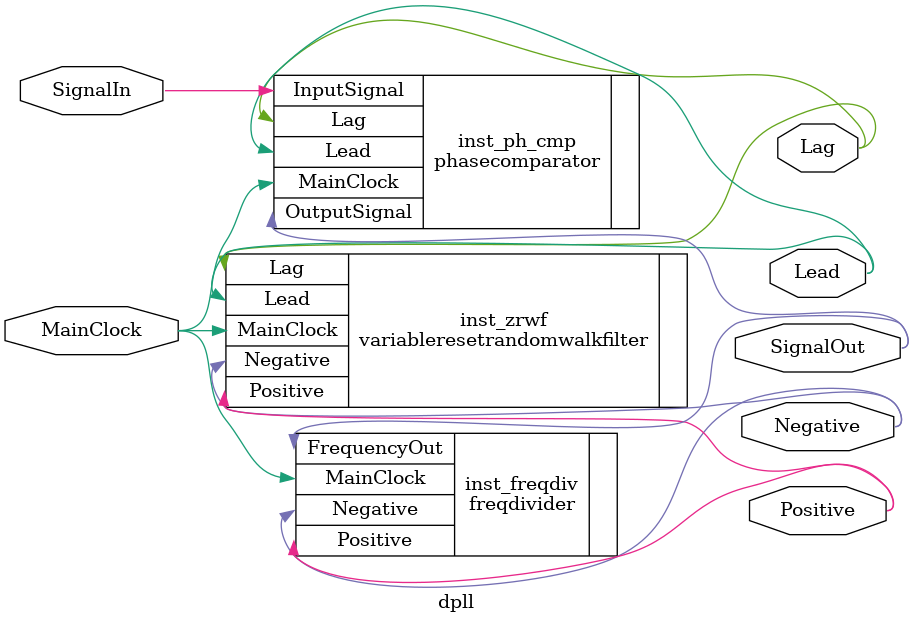
<source format=v>
`include "phasecomparator.v"
`include "variableresetrandomwalkfilter.v"
`include "freqdivider.v"
/* Top module */
module dpll(SignalIn, SignalOut, MainClock,
            Positive, Negative, Lead, Lag
            );
input  SignalIn;                // input signal
input  MainClock;               // reference signal
output SignalOut;               // output
output Positive, Negative;      // internal DPLL signals
output Lead, Lag;               // internal DPLL signals

// phase comparator 
phasecomparator inst_ph_cmp(.MainClock(MainClock), .InputSignal(SignalIn),
                            .OutputSignal(SignalOut), .Lead(Lead), .Lag(Lag)
                            );
/*
// "Zero-Reset Random Walk Filter"
randomwalkfilter inst_zrwf(.MainClock(MainClock), .Lead(Lead), .Lag(Lag),
                           .Positive(Positive), .Negative(Negative)
                           );
*/

// "Variable-Reset Random Walk Filter"
variableresetrandomwalkfilter inst_zrwf(.MainClock(MainClock), .Lead(Lead), .Lag(Lag),
                           .Positive(Positive), .Negative(Negative)
                           );

// controlled frequency divider
freqdivider inst_freqdiv(.MainClock(MainClock), .FrequencyOut(SignalOut),
                           .Positive(Positive), .Negative(Negative)
                           );

endmodule

</source>
